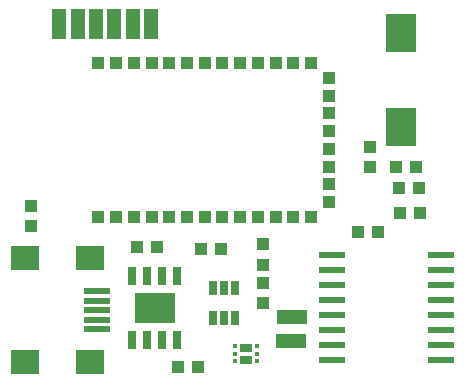
<source format=gbr>
G04 EAGLE Gerber RS-274X export*
G75*
%MOMM*%
%FSLAX34Y34*%
%LPD*%
%INSolderpaste Bottom*%
%IPPOS*%
%AMOC8*
5,1,8,0,0,1.08239X$1,22.5*%
G01*
%ADD10R,1.270000X2.540000*%
%ADD11R,2.540000X1.270000*%
%ADD12R,1.100000X1.000000*%
%ADD13R,2.400000X2.000000*%
%ADD14R,2.308000X0.500000*%
%ADD15R,2.200000X0.600000*%
%ADD16R,1.000000X1.000000*%
%ADD17R,0.650000X1.200000*%
%ADD18R,0.700000X1.525000*%
%ADD19R,3.402000X2.513000*%
%ADD20R,2.500000X3.200000*%
%ADD21R,1.000000X0.800000*%
%ADD22R,0.420000X0.420000*%
%ADD23R,1.000000X1.100000*%


D10*
X51800Y306600D03*
X129800Y306600D03*
X114200Y306600D03*
X98600Y306600D03*
X83000Y306600D03*
X67400Y306600D03*
D11*
X249100Y58800D03*
X248400Y38100D03*
D12*
X135000Y117700D03*
X118000Y117700D03*
X188800Y116500D03*
X171800Y116500D03*
X169400Y16500D03*
X152400Y16500D03*
D13*
X78100Y20500D03*
D14*
X83740Y48500D03*
X83740Y56500D03*
X83740Y64500D03*
X83740Y72500D03*
X83740Y80500D03*
D13*
X23100Y20500D03*
X78100Y108500D03*
X23100Y108500D03*
D15*
X375000Y98050D03*
X283000Y72650D03*
X375000Y110750D03*
X375000Y85350D03*
X375000Y72650D03*
X283000Y85350D03*
X283000Y59950D03*
X283000Y47250D03*
X375000Y47250D03*
X283000Y21850D03*
X375000Y59950D03*
X375000Y34550D03*
X283000Y34550D03*
X375000Y21850D03*
X283000Y98050D03*
X283000Y110750D03*
D16*
X85100Y273500D03*
X100100Y273500D03*
X115100Y273500D03*
X130100Y273500D03*
X145100Y273500D03*
X160100Y273500D03*
X175100Y273500D03*
X190100Y273500D03*
X205100Y273500D03*
X220100Y273500D03*
X235100Y273500D03*
X250100Y273500D03*
X265100Y273500D03*
X280100Y261000D03*
X280100Y246000D03*
X280100Y231000D03*
X280100Y216000D03*
X280100Y201000D03*
X280100Y186000D03*
X280100Y171000D03*
X280100Y156000D03*
X265100Y143500D03*
X250100Y143500D03*
X235100Y143500D03*
X220100Y143500D03*
X205100Y143500D03*
X190100Y143500D03*
X175100Y143500D03*
X160100Y143500D03*
X145100Y143500D03*
X130100Y143500D03*
X115100Y143500D03*
X100100Y143500D03*
X85100Y143500D03*
D17*
X201000Y58100D03*
X191500Y58100D03*
X182000Y58100D03*
X182000Y83100D03*
X191500Y83100D03*
X201000Y83100D03*
D18*
X113750Y93020D03*
X126450Y93020D03*
X139150Y93020D03*
X151850Y93020D03*
X151850Y38780D03*
X139150Y38780D03*
X126450Y38780D03*
X113750Y38780D03*
D19*
X132800Y65900D03*
D20*
X341300Y299500D03*
X341300Y219500D03*
D21*
X209900Y22600D03*
X209900Y32600D03*
D22*
X219050Y21100D03*
X219050Y27600D03*
X219050Y34100D03*
X200750Y34100D03*
X200750Y27600D03*
X200750Y21100D03*
D23*
X314600Y185600D03*
X314600Y202600D03*
X224800Y87400D03*
X224800Y70400D03*
X27700Y136000D03*
X27700Y153000D03*
X224800Y120100D03*
X224800Y103100D03*
D12*
X357100Y146600D03*
X340100Y146600D03*
X304800Y130400D03*
X321800Y130400D03*
X339200Y167900D03*
X356200Y167900D03*
X336600Y185400D03*
X353600Y185400D03*
M02*

</source>
